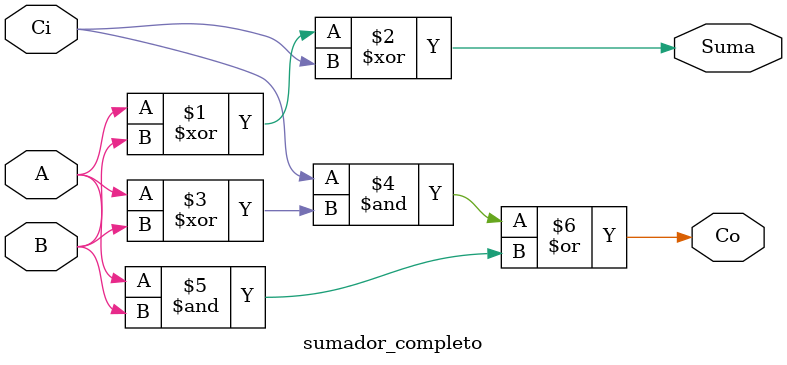
<source format=v>
module sumador_completo(
    input A, B, Ci, // Ci: accarreo de entrada
    output Co, Suma 
);
    assign Suma = A^B^Ci;
    assign Co = Ci&(A^B) | (A&B);

endmodule
</source>
